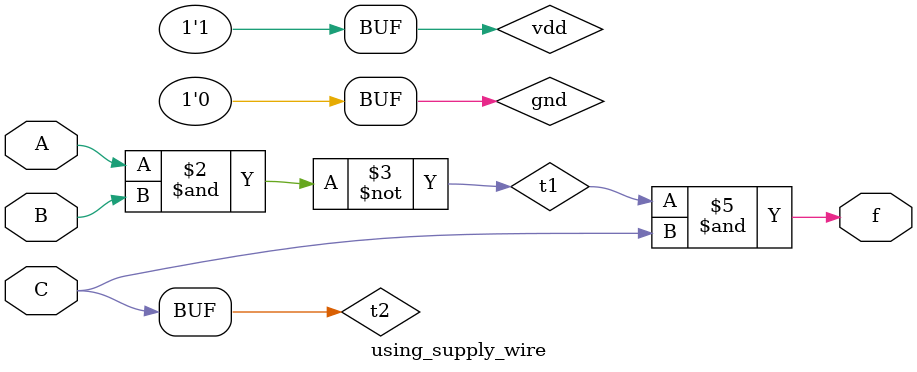
<source format=v>
module using_supply_wire(A, B, C, f);

    input A, B, C;
    output f;
    
    supply0 gnd;
    supply1 vdd;
    
    nand G1(t1, vdd, A, B);
    
    xor G2(t2, C, gnd);
    
    and G3(f, t1, t2);
    
endmodule   

</source>
